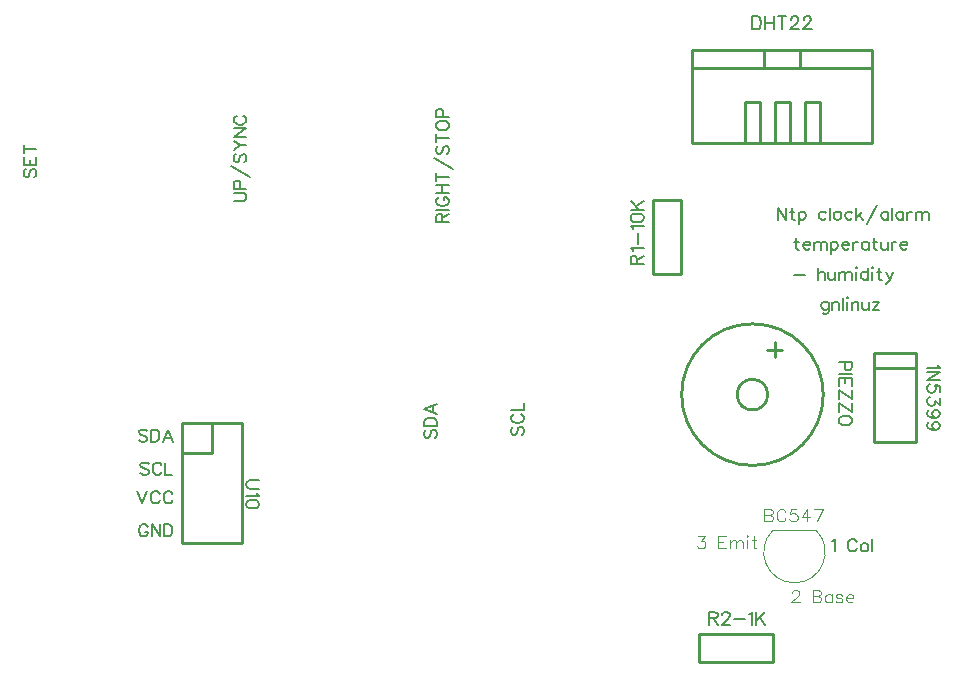
<source format=gto>
G04 Layer: TopSilkLayer*
G04 EasyEDA v6.4.25, 2021-12-28T21:41:51+00:00*
G04 Gerber Generator version 0.2*
G04 Scale: 100 percent, Rotated: No, Reflected: No *
G04 Dimensions in millimeters *
G04 leading zeros omitted , absolute positions ,4 integer and 5 decimal *
%FSLAX45Y45*%
%MOMM*%

%ADD10C,0.2540*%
%ADD21C,0.1200*%
%ADD22C,0.1000*%
%ADD23C,0.1520*%
%ADD24C,0.1524*%

%LPD*%
D22*
X6621779Y4988305D02*
G01*
X6621779Y4993131D01*
X6626606Y5003292D01*
X6631686Y5008118D01*
X6641591Y5013197D01*
X6661658Y5013197D01*
X6671818Y5008118D01*
X6676643Y5003292D01*
X6681724Y4993131D01*
X6681724Y4983226D01*
X6676643Y4973320D01*
X6666738Y4958079D01*
X6616700Y4908295D01*
X6686804Y4908295D01*
X6796786Y5013197D02*
G01*
X6796786Y4908295D01*
X6796786Y5013197D02*
G01*
X6841743Y5013197D01*
X6856729Y5008118D01*
X6861809Y5003292D01*
X6866636Y4993131D01*
X6866636Y4983226D01*
X6861809Y4973320D01*
X6856729Y4968239D01*
X6841743Y4963160D01*
X6796786Y4963160D02*
G01*
X6841743Y4963160D01*
X6856729Y4958079D01*
X6861809Y4953254D01*
X6866636Y4943094D01*
X6866636Y4928107D01*
X6861809Y4918202D01*
X6856729Y4913121D01*
X6841743Y4908295D01*
X6796786Y4908295D01*
X6959600Y4978145D02*
G01*
X6959600Y4908295D01*
X6959600Y4963160D02*
G01*
X6949693Y4973320D01*
X6939788Y4978145D01*
X6924802Y4978145D01*
X6914641Y4973320D01*
X6904736Y4963160D01*
X6899656Y4948173D01*
X6899656Y4938268D01*
X6904736Y4923281D01*
X6914641Y4913121D01*
X6924802Y4908295D01*
X6939788Y4908295D01*
X6949693Y4913121D01*
X6959600Y4923281D01*
X7047738Y4963160D02*
G01*
X7042658Y4973320D01*
X7027672Y4978145D01*
X7012686Y4978145D01*
X6997700Y4973320D01*
X6992620Y4963160D01*
X6997700Y4953254D01*
X7007606Y4948173D01*
X7032752Y4943094D01*
X7042658Y4938268D01*
X7047738Y4928107D01*
X7047738Y4923281D01*
X7042658Y4913121D01*
X7027672Y4908295D01*
X7012686Y4908295D01*
X6997700Y4913121D01*
X6992620Y4923281D01*
X7080758Y4948173D02*
G01*
X7140702Y4948173D01*
X7140702Y4958079D01*
X7135622Y4968239D01*
X7130795Y4973320D01*
X7120636Y4978145D01*
X7105650Y4978145D01*
X7095743Y4973320D01*
X7085584Y4963160D01*
X7080758Y4948173D01*
X7080758Y4938268D01*
X7085584Y4923281D01*
X7095743Y4913121D01*
X7105650Y4908295D01*
X7120636Y4908295D01*
X7130795Y4913121D01*
X7140702Y4923281D01*
X5826506Y5470397D02*
G01*
X5881624Y5470397D01*
X5851652Y5430520D01*
X5866638Y5430520D01*
X5876543Y5425439D01*
X5881624Y5420360D01*
X5886704Y5405373D01*
X5886704Y5395468D01*
X5881624Y5380481D01*
X5871718Y5370321D01*
X5856477Y5365495D01*
X5841491Y5365495D01*
X5826506Y5370321D01*
X5821679Y5375402D01*
X5816600Y5385307D01*
X5996686Y5470397D02*
G01*
X5996686Y5365495D01*
X5996686Y5470397D02*
G01*
X6061709Y5470397D01*
X5996686Y5420360D02*
G01*
X6036563Y5420360D01*
X5996686Y5365495D02*
G01*
X6061709Y5365495D01*
X6094475Y5435345D02*
G01*
X6094475Y5365495D01*
X6094475Y5415279D02*
G01*
X6109715Y5430520D01*
X6119622Y5435345D01*
X6134608Y5435345D01*
X6144513Y5430520D01*
X6149593Y5415279D01*
X6149593Y5365495D01*
X6149593Y5415279D02*
G01*
X6164579Y5430520D01*
X6174486Y5435345D01*
X6189725Y5435345D01*
X6199631Y5430520D01*
X6204711Y5415279D01*
X6204711Y5365495D01*
X6237477Y5470397D02*
G01*
X6242558Y5465318D01*
X6247638Y5470397D01*
X6242558Y5475478D01*
X6237477Y5470397D01*
X6242558Y5435345D02*
G01*
X6242558Y5365495D01*
X6295643Y5470397D02*
G01*
X6295643Y5385307D01*
X6300724Y5370321D01*
X6310629Y5365495D01*
X6320536Y5365495D01*
X6280658Y5435345D02*
G01*
X6315709Y5435345D01*
D23*
X6959600Y5424931D02*
G01*
X6969506Y5430012D01*
X6984491Y5444997D01*
X6984491Y5340095D01*
X7169658Y5420105D02*
G01*
X7164577Y5430012D01*
X7154672Y5439918D01*
X7144511Y5444997D01*
X7124700Y5444997D01*
X7114540Y5439918D01*
X7104634Y5430012D01*
X7099554Y5420105D01*
X7094474Y5405120D01*
X7094474Y5379973D01*
X7099554Y5364987D01*
X7104634Y5355081D01*
X7114540Y5344921D01*
X7124700Y5340095D01*
X7144511Y5340095D01*
X7154672Y5344921D01*
X7164577Y5355081D01*
X7169658Y5364987D01*
X7227570Y5409945D02*
G01*
X7217663Y5405120D01*
X7207504Y5394960D01*
X7202677Y5379973D01*
X7202677Y5370068D01*
X7207504Y5355081D01*
X7217663Y5344921D01*
X7227570Y5340095D01*
X7242556Y5340095D01*
X7252715Y5344921D01*
X7262622Y5355081D01*
X7267702Y5370068D01*
X7267702Y5379973D01*
X7262622Y5394960D01*
X7252715Y5405120D01*
X7242556Y5409945D01*
X7227570Y5409945D01*
X7300722Y5444997D02*
G01*
X7300722Y5340095D01*
D22*
X6388100Y5698997D02*
G01*
X6388100Y5594095D01*
X6388100Y5698997D02*
G01*
X6433058Y5698997D01*
X6448043Y5693918D01*
X6453124Y5689092D01*
X6458204Y5678931D01*
X6458204Y5669026D01*
X6453124Y5659120D01*
X6448043Y5654039D01*
X6433058Y5648960D01*
X6388100Y5648960D02*
G01*
X6433058Y5648960D01*
X6448043Y5643879D01*
X6453124Y5639054D01*
X6458204Y5628894D01*
X6458204Y5613907D01*
X6453124Y5604002D01*
X6448043Y5598921D01*
X6433058Y5594095D01*
X6388100Y5594095D01*
X6566154Y5674105D02*
G01*
X6561074Y5684012D01*
X6551168Y5693918D01*
X6541008Y5698997D01*
X6521195Y5698997D01*
X6511036Y5693918D01*
X6501129Y5684012D01*
X6496050Y5674105D01*
X6491224Y5659120D01*
X6491224Y5633973D01*
X6496050Y5618987D01*
X6501129Y5609081D01*
X6511036Y5598921D01*
X6521195Y5594095D01*
X6541008Y5594095D01*
X6551168Y5598921D01*
X6561074Y5609081D01*
X6566154Y5618987D01*
X6659118Y5698997D02*
G01*
X6609079Y5698997D01*
X6604000Y5654039D01*
X6609079Y5659120D01*
X6624065Y5663945D01*
X6639052Y5663945D01*
X6654038Y5659120D01*
X6664197Y5648960D01*
X6669024Y5633973D01*
X6669024Y5624068D01*
X6664197Y5609081D01*
X6654038Y5598921D01*
X6639052Y5594095D01*
X6624065Y5594095D01*
X6609079Y5598921D01*
X6604000Y5604002D01*
X6599174Y5613907D01*
X6752081Y5698997D02*
G01*
X6702043Y5628894D01*
X6776974Y5628894D01*
X6752081Y5698997D02*
G01*
X6752081Y5594095D01*
X6880097Y5698997D02*
G01*
X6830059Y5594095D01*
X6809993Y5698997D02*
G01*
X6880097Y5698997D01*
D23*
X1167129Y5547105D02*
G01*
X1162304Y5557012D01*
X1152144Y5566918D01*
X1142237Y5571997D01*
X1122171Y5571997D01*
X1112265Y5566918D01*
X1102105Y5557012D01*
X1097279Y5547105D01*
X1092200Y5532120D01*
X1092200Y5506973D01*
X1097279Y5491987D01*
X1102105Y5482081D01*
X1112265Y5471921D01*
X1122171Y5467095D01*
X1142237Y5467095D01*
X1152144Y5471921D01*
X1162304Y5482081D01*
X1167129Y5491987D01*
X1167129Y5506973D01*
X1142237Y5506973D02*
G01*
X1167129Y5506973D01*
X1200150Y5571997D02*
G01*
X1200150Y5467095D01*
X1200150Y5571997D02*
G01*
X1270254Y5467095D01*
X1270254Y5571997D02*
G01*
X1270254Y5467095D01*
X1303273Y5571997D02*
G01*
X1303273Y5467095D01*
X1303273Y5571997D02*
G01*
X1338326Y5571997D01*
X1353312Y5566918D01*
X1363218Y5557012D01*
X1368297Y5547105D01*
X1373123Y5532120D01*
X1373123Y5506973D01*
X1368297Y5491987D01*
X1363218Y5482081D01*
X1353312Y5471921D01*
X1338326Y5467095D01*
X1303273Y5467095D01*
X1079500Y5851397D02*
G01*
X1119378Y5746495D01*
X1159510Y5851397D02*
G01*
X1119378Y5746495D01*
X1267460Y5826505D02*
G01*
X1262379Y5836412D01*
X1252473Y5846318D01*
X1242568Y5851397D01*
X1222502Y5851397D01*
X1212595Y5846318D01*
X1202436Y5836412D01*
X1197610Y5826505D01*
X1192529Y5811520D01*
X1192529Y5786373D01*
X1197610Y5771387D01*
X1202436Y5761481D01*
X1212595Y5751321D01*
X1222502Y5746495D01*
X1242568Y5746495D01*
X1252473Y5751321D01*
X1262379Y5761481D01*
X1267460Y5771387D01*
X1375410Y5826505D02*
G01*
X1370584Y5836412D01*
X1360423Y5846318D01*
X1350518Y5851397D01*
X1330452Y5851397D01*
X1320545Y5846318D01*
X1310386Y5836412D01*
X1305560Y5826505D01*
X1300479Y5811520D01*
X1300479Y5786373D01*
X1305560Y5771387D01*
X1310386Y5761481D01*
X1320545Y5751321D01*
X1330452Y5746495D01*
X1350518Y5746495D01*
X1360423Y5751321D01*
X1370584Y5761481D01*
X1375410Y5771387D01*
X1175004Y6077712D02*
G01*
X1164844Y6087618D01*
X1149857Y6092697D01*
X1129792Y6092697D01*
X1114805Y6087618D01*
X1104900Y6077712D01*
X1104900Y6067805D01*
X1109979Y6057645D01*
X1114805Y6052820D01*
X1124965Y6047739D01*
X1154937Y6037579D01*
X1164844Y6032754D01*
X1169923Y6027673D01*
X1175004Y6017768D01*
X1175004Y6002781D01*
X1164844Y5992621D01*
X1149857Y5987795D01*
X1129792Y5987795D01*
X1114805Y5992621D01*
X1104900Y6002781D01*
X1282954Y6067805D02*
G01*
X1277873Y6077712D01*
X1267968Y6087618D01*
X1257807Y6092697D01*
X1237995Y6092697D01*
X1227836Y6087618D01*
X1217929Y6077712D01*
X1212850Y6067805D01*
X1208023Y6052820D01*
X1208023Y6027673D01*
X1212850Y6012687D01*
X1217929Y6002781D01*
X1227836Y5992621D01*
X1237995Y5987795D01*
X1257807Y5987795D01*
X1267968Y5992621D01*
X1277873Y6002781D01*
X1282954Y6012687D01*
X1315973Y6092697D02*
G01*
X1315973Y5987795D01*
X1315973Y5987795D02*
G01*
X1375918Y5987795D01*
X1162304Y6357112D02*
G01*
X1152144Y6367018D01*
X1137157Y6372097D01*
X1117092Y6372097D01*
X1102105Y6367018D01*
X1092200Y6357112D01*
X1092200Y6347205D01*
X1097279Y6337045D01*
X1102105Y6332220D01*
X1112265Y6327139D01*
X1142237Y6316979D01*
X1152144Y6312154D01*
X1157223Y6307073D01*
X1162304Y6297168D01*
X1162304Y6282181D01*
X1152144Y6272021D01*
X1137157Y6267195D01*
X1117092Y6267195D01*
X1102105Y6272021D01*
X1092200Y6282181D01*
X1195323Y6372097D02*
G01*
X1195323Y6267195D01*
X1195323Y6372097D02*
G01*
X1230121Y6372097D01*
X1245107Y6367018D01*
X1255268Y6357112D01*
X1260094Y6347205D01*
X1265173Y6332220D01*
X1265173Y6307073D01*
X1260094Y6292087D01*
X1255268Y6282181D01*
X1245107Y6272021D01*
X1230121Y6267195D01*
X1195323Y6267195D01*
X1338326Y6372097D02*
G01*
X1298194Y6267195D01*
X1338326Y6372097D02*
G01*
X1378204Y6267195D01*
X1313179Y6301994D02*
G01*
X1363218Y6301994D01*
X4260088Y6394704D02*
G01*
X4250181Y6384544D01*
X4245102Y6369557D01*
X4245102Y6349492D01*
X4250181Y6334505D01*
X4260088Y6324600D01*
X4269993Y6324600D01*
X4280154Y6329679D01*
X4284979Y6334505D01*
X4290059Y6344665D01*
X4300220Y6374637D01*
X4305045Y6384544D01*
X4310125Y6389623D01*
X4320031Y6394704D01*
X4335018Y6394704D01*
X4345177Y6384544D01*
X4350004Y6369557D01*
X4350004Y6349492D01*
X4345177Y6334505D01*
X4335018Y6324600D01*
X4269993Y6502654D02*
G01*
X4260088Y6497573D01*
X4250181Y6487668D01*
X4245102Y6477507D01*
X4245102Y6457695D01*
X4250181Y6447536D01*
X4260088Y6437629D01*
X4269993Y6432550D01*
X4284979Y6427723D01*
X4310125Y6427723D01*
X4325111Y6432550D01*
X4335018Y6437629D01*
X4345177Y6447536D01*
X4350004Y6457695D01*
X4350004Y6477507D01*
X4345177Y6487668D01*
X4335018Y6497573D01*
X4325111Y6502654D01*
X4245102Y6535673D02*
G01*
X4350004Y6535673D01*
X4350004Y6535673D02*
G01*
X4350004Y6595618D01*
X3523488Y6369304D02*
G01*
X3513581Y6359144D01*
X3508502Y6344157D01*
X3508502Y6324092D01*
X3513581Y6309105D01*
X3523488Y6299200D01*
X3533393Y6299200D01*
X3543554Y6304279D01*
X3548379Y6309105D01*
X3553459Y6319265D01*
X3563620Y6349237D01*
X3568445Y6359144D01*
X3573525Y6364223D01*
X3583431Y6369304D01*
X3598418Y6369304D01*
X3608577Y6359144D01*
X3613404Y6344157D01*
X3613404Y6324092D01*
X3608577Y6309105D01*
X3598418Y6299200D01*
X3508502Y6402323D02*
G01*
X3613404Y6402323D01*
X3508502Y6402323D02*
G01*
X3508502Y6437121D01*
X3513581Y6452107D01*
X3523488Y6462268D01*
X3533393Y6467094D01*
X3548379Y6472173D01*
X3573525Y6472173D01*
X3588511Y6467094D01*
X3598418Y6462268D01*
X3608577Y6452107D01*
X3613404Y6437121D01*
X3613404Y6402323D01*
X3508502Y6545326D02*
G01*
X3613404Y6505194D01*
X3508502Y6545326D02*
G01*
X3613404Y6585204D01*
X3578606Y6520179D02*
G01*
X3578606Y6570218D01*
X132587Y8579104D02*
G01*
X122681Y8568944D01*
X117602Y8553958D01*
X117602Y8533892D01*
X122681Y8518905D01*
X132587Y8509000D01*
X142494Y8509000D01*
X152654Y8514079D01*
X157479Y8518905D01*
X162560Y8529065D01*
X172720Y8559037D01*
X177545Y8568944D01*
X182626Y8574024D01*
X192531Y8579104D01*
X207518Y8579104D01*
X217678Y8568944D01*
X222504Y8553958D01*
X222504Y8533892D01*
X217678Y8518905D01*
X207518Y8509000D01*
X117602Y8612124D02*
G01*
X222504Y8612124D01*
X117602Y8612124D02*
G01*
X117602Y8676894D01*
X167639Y8612124D02*
G01*
X167639Y8652002D01*
X222504Y8612124D02*
G01*
X222504Y8676894D01*
X117602Y8744965D02*
G01*
X222504Y8744965D01*
X117602Y8709913D02*
G01*
X117602Y8780018D01*
X1895602Y8305800D02*
G01*
X1970531Y8305800D01*
X1985518Y8310879D01*
X1995677Y8320786D01*
X2000504Y8335771D01*
X2000504Y8345678D01*
X1995677Y8360918D01*
X1985518Y8370823D01*
X1970531Y8375904D01*
X1895602Y8375904D01*
X1895602Y8408924D02*
G01*
X2000504Y8408924D01*
X1895602Y8408924D02*
G01*
X1895602Y8453881D01*
X1900681Y8468868D01*
X1905507Y8473694D01*
X1915668Y8478774D01*
X1930654Y8478774D01*
X1940559Y8473694D01*
X1945640Y8468868D01*
X1950720Y8453881D01*
X1950720Y8408924D01*
X1875536Y8601710D02*
G01*
X2035556Y8511794D01*
X1910587Y8704834D02*
G01*
X1900681Y8694674D01*
X1895602Y8679687D01*
X1895602Y8659876D01*
X1900681Y8644889D01*
X1910587Y8634729D01*
X1920494Y8634729D01*
X1930654Y8639810D01*
X1935479Y8644889D01*
X1940559Y8654795D01*
X1950720Y8684768D01*
X1955545Y8694674D01*
X1960625Y8699754D01*
X1970531Y8704834D01*
X1985518Y8704834D01*
X1995677Y8694674D01*
X2000504Y8679687D01*
X2000504Y8659876D01*
X1995677Y8644889D01*
X1985518Y8634729D01*
X1895602Y8737854D02*
G01*
X1945640Y8777731D01*
X2000504Y8777731D01*
X1895602Y8817863D02*
G01*
X1945640Y8777731D01*
X1895602Y8850884D02*
G01*
X2000504Y8850884D01*
X1895602Y8850884D02*
G01*
X2000504Y8920734D01*
X1895602Y8920734D02*
G01*
X2000504Y8920734D01*
X1920494Y9028684D02*
G01*
X1910587Y9023858D01*
X1900681Y9013697D01*
X1895602Y9003792D01*
X1895602Y8983726D01*
X1900681Y8973820D01*
X1910587Y8963913D01*
X1920494Y8958834D01*
X1935479Y8953754D01*
X1960625Y8953754D01*
X1975611Y8958834D01*
X1985518Y8963913D01*
X1995677Y8973820D01*
X2000504Y8983726D01*
X2000504Y9003792D01*
X1995677Y9013697D01*
X1985518Y9023858D01*
X1975611Y9028684D01*
X3610102Y8128000D02*
G01*
X3715004Y8128000D01*
X3610102Y8128000D02*
G01*
X3610102Y8172958D01*
X3615181Y8187944D01*
X3620008Y8193023D01*
X3630168Y8198104D01*
X3640074Y8198104D01*
X3649979Y8193023D01*
X3655059Y8187944D01*
X3660140Y8172958D01*
X3660140Y8128000D01*
X3660140Y8163052D02*
G01*
X3715004Y8198104D01*
X3610102Y8231123D02*
G01*
X3715004Y8231123D01*
X3634993Y8339073D02*
G01*
X3625088Y8333994D01*
X3615181Y8324087D01*
X3610102Y8313928D01*
X3610102Y8294115D01*
X3615181Y8283955D01*
X3625088Y8274050D01*
X3634993Y8268970D01*
X3649979Y8263889D01*
X3675125Y8263889D01*
X3690111Y8268970D01*
X3700018Y8274050D01*
X3710177Y8283955D01*
X3715004Y8294115D01*
X3715004Y8313928D01*
X3710177Y8324087D01*
X3700018Y8333994D01*
X3690111Y8339073D01*
X3675125Y8339073D01*
X3675125Y8313928D02*
G01*
X3675125Y8339073D01*
X3610102Y8372094D02*
G01*
X3715004Y8372094D01*
X3610102Y8441944D02*
G01*
X3715004Y8441944D01*
X3660140Y8372094D02*
G01*
X3660140Y8441944D01*
X3610102Y8510015D02*
G01*
X3715004Y8510015D01*
X3610102Y8474963D02*
G01*
X3610102Y8545068D01*
X3590036Y8668004D02*
G01*
X3750056Y8578087D01*
X3625088Y8770874D02*
G01*
X3615181Y8760968D01*
X3610102Y8745981D01*
X3610102Y8725915D01*
X3615181Y8710929D01*
X3625088Y8701024D01*
X3634993Y8701024D01*
X3645154Y8706104D01*
X3649979Y8710929D01*
X3655059Y8721089D01*
X3665220Y8751062D01*
X3670045Y8760968D01*
X3675125Y8766047D01*
X3685031Y8770874D01*
X3700018Y8770874D01*
X3710177Y8760968D01*
X3715004Y8745981D01*
X3715004Y8725915D01*
X3710177Y8710929D01*
X3700018Y8701024D01*
X3610102Y8838945D02*
G01*
X3715004Y8838945D01*
X3610102Y8803894D02*
G01*
X3610102Y8873997D01*
X3610102Y8936989D02*
G01*
X3615181Y8927084D01*
X3625088Y8916924D01*
X3634993Y8912097D01*
X3649979Y8907018D01*
X3675125Y8907018D01*
X3690111Y8912097D01*
X3700018Y8916924D01*
X3710177Y8927084D01*
X3715004Y8936989D01*
X3715004Y8957055D01*
X3710177Y8966962D01*
X3700018Y8977121D01*
X3690111Y8981947D01*
X3675125Y8987028D01*
X3649979Y8987028D01*
X3634993Y8981947D01*
X3625088Y8977121D01*
X3615181Y8966962D01*
X3610102Y8957055D01*
X3610102Y8936989D01*
X3610102Y9020047D02*
G01*
X3715004Y9020047D01*
X3610102Y9020047D02*
G01*
X3610102Y9065005D01*
X3615181Y9079992D01*
X3620008Y9085071D01*
X3630168Y9089897D01*
X3645154Y9089897D01*
X3655059Y9085071D01*
X3660140Y9079992D01*
X3665220Y9065005D01*
X3665220Y9020047D01*
X6502400Y8251697D02*
G01*
X6502400Y8146795D01*
X6502400Y8251697D02*
G01*
X6572504Y8146795D01*
X6572504Y8251697D02*
G01*
X6572504Y8146795D01*
X6620509Y8251697D02*
G01*
X6620509Y8166608D01*
X6625336Y8151621D01*
X6635495Y8146795D01*
X6645402Y8146795D01*
X6605524Y8216645D02*
G01*
X6640322Y8216645D01*
X6678422Y8216645D02*
G01*
X6678422Y8111744D01*
X6678422Y8201660D02*
G01*
X6688327Y8211820D01*
X6698488Y8216645D01*
X6713474Y8216645D01*
X6723379Y8211820D01*
X6733286Y8201660D01*
X6738365Y8186673D01*
X6738365Y8176768D01*
X6733286Y8161781D01*
X6723379Y8151621D01*
X6713474Y8146795D01*
X6698488Y8146795D01*
X6688327Y8151621D01*
X6678422Y8161781D01*
X6908291Y8201660D02*
G01*
X6898386Y8211820D01*
X6888479Y8216645D01*
X6873493Y8216645D01*
X6863334Y8211820D01*
X6853427Y8201660D01*
X6848347Y8186673D01*
X6848347Y8176768D01*
X6853427Y8161781D01*
X6863334Y8151621D01*
X6873493Y8146795D01*
X6888479Y8146795D01*
X6898386Y8151621D01*
X6908291Y8161781D01*
X6941311Y8251697D02*
G01*
X6941311Y8146795D01*
X6999477Y8216645D02*
G01*
X6989318Y8211820D01*
X6979411Y8201660D01*
X6974331Y8186673D01*
X6974331Y8176768D01*
X6979411Y8161781D01*
X6989318Y8151621D01*
X6999477Y8146795D01*
X7014463Y8146795D01*
X7024370Y8151621D01*
X7034275Y8161781D01*
X7039356Y8176768D01*
X7039356Y8186673D01*
X7034275Y8201660D01*
X7024370Y8211820D01*
X7014463Y8216645D01*
X6999477Y8216645D01*
X7132320Y8201660D02*
G01*
X7122413Y8211820D01*
X7112508Y8216645D01*
X7097522Y8216645D01*
X7087361Y8211820D01*
X7077456Y8201660D01*
X7072375Y8186673D01*
X7072375Y8176768D01*
X7077456Y8161781D01*
X7087361Y8151621D01*
X7097522Y8146795D01*
X7112508Y8146795D01*
X7122413Y8151621D01*
X7132320Y8161781D01*
X7165340Y8251697D02*
G01*
X7165340Y8146795D01*
X7215377Y8216645D02*
G01*
X7165340Y8166608D01*
X7185406Y8186673D02*
G01*
X7220458Y8146795D01*
X7343393Y8271763D02*
G01*
X7253477Y8111744D01*
X7436358Y8216645D02*
G01*
X7436358Y8146795D01*
X7436358Y8201660D02*
G01*
X7426452Y8211820D01*
X7416291Y8216645D01*
X7401306Y8216645D01*
X7391400Y8211820D01*
X7381493Y8201660D01*
X7376413Y8186673D01*
X7376413Y8176768D01*
X7381493Y8161781D01*
X7391400Y8151621D01*
X7401306Y8146795D01*
X7416291Y8146795D01*
X7426452Y8151621D01*
X7436358Y8161781D01*
X7469377Y8251697D02*
G01*
X7469377Y8146795D01*
X7562341Y8216645D02*
G01*
X7562341Y8146795D01*
X7562341Y8201660D02*
G01*
X7552436Y8211820D01*
X7542275Y8216645D01*
X7527290Y8216645D01*
X7517384Y8211820D01*
X7507477Y8201660D01*
X7502397Y8186673D01*
X7502397Y8176768D01*
X7507477Y8161781D01*
X7517384Y8151621D01*
X7527290Y8146795D01*
X7542275Y8146795D01*
X7552436Y8151621D01*
X7562341Y8161781D01*
X7595361Y8216645D02*
G01*
X7595361Y8146795D01*
X7595361Y8186673D02*
G01*
X7600441Y8201660D01*
X7610347Y8211820D01*
X7620508Y8216645D01*
X7635493Y8216645D01*
X7668513Y8216645D02*
G01*
X7668513Y8146795D01*
X7668513Y8196579D02*
G01*
X7683500Y8211820D01*
X7693406Y8216645D01*
X7708391Y8216645D01*
X7718297Y8211820D01*
X7723377Y8196579D01*
X7723377Y8146795D01*
X7723377Y8196579D02*
G01*
X7738363Y8211820D01*
X7748524Y8216645D01*
X7763509Y8216645D01*
X7773415Y8211820D01*
X7778495Y8196579D01*
X7778495Y8146795D01*
X6657086Y7997697D02*
G01*
X6657086Y7912608D01*
X6662165Y7897621D01*
X6672072Y7892795D01*
X6681977Y7892795D01*
X6642100Y7962645D02*
G01*
X6677152Y7962645D01*
X6714997Y7932673D02*
G01*
X6775195Y7932673D01*
X6775195Y7942579D01*
X6770115Y7952739D01*
X6765036Y7957820D01*
X6755129Y7962645D01*
X6740143Y7962645D01*
X6729984Y7957820D01*
X6720077Y7947660D01*
X6714997Y7932673D01*
X6714997Y7922768D01*
X6720077Y7907781D01*
X6729984Y7897621D01*
X6740143Y7892795D01*
X6755129Y7892795D01*
X6765036Y7897621D01*
X6775195Y7907781D01*
X6808215Y7962645D02*
G01*
X6808215Y7892795D01*
X6808215Y7942579D02*
G01*
X6823202Y7957820D01*
X6833108Y7962645D01*
X6848093Y7962645D01*
X6858000Y7957820D01*
X6863079Y7942579D01*
X6863079Y7892795D01*
X6863079Y7942579D02*
G01*
X6878065Y7957820D01*
X6888225Y7962645D01*
X6903211Y7962645D01*
X6913118Y7957820D01*
X6918197Y7942579D01*
X6918197Y7892795D01*
X6951218Y7962645D02*
G01*
X6951218Y7857744D01*
X6951218Y7947660D02*
G01*
X6961124Y7957820D01*
X6971029Y7962645D01*
X6986015Y7962645D01*
X6996175Y7957820D01*
X7006081Y7947660D01*
X7011161Y7932673D01*
X7011161Y7922768D01*
X7006081Y7907781D01*
X6996175Y7897621D01*
X6986015Y7892795D01*
X6971029Y7892795D01*
X6961124Y7897621D01*
X6951218Y7907781D01*
X7044181Y7932673D02*
G01*
X7104125Y7932673D01*
X7104125Y7942579D01*
X7099045Y7952739D01*
X7094220Y7957820D01*
X7084059Y7962645D01*
X7069074Y7962645D01*
X7059168Y7957820D01*
X7049008Y7947660D01*
X7044181Y7932673D01*
X7044181Y7922768D01*
X7049008Y7907781D01*
X7059168Y7897621D01*
X7069074Y7892795D01*
X7084059Y7892795D01*
X7094220Y7897621D01*
X7104125Y7907781D01*
X7137145Y7962645D02*
G01*
X7137145Y7892795D01*
X7137145Y7932673D02*
G01*
X7142225Y7947660D01*
X7152131Y7957820D01*
X7162038Y7962645D01*
X7177024Y7962645D01*
X7269988Y7962645D02*
G01*
X7269988Y7892795D01*
X7269988Y7947660D02*
G01*
X7260081Y7957820D01*
X7250175Y7962645D01*
X7235190Y7962645D01*
X7225029Y7957820D01*
X7215124Y7947660D01*
X7210043Y7932673D01*
X7210043Y7922768D01*
X7215124Y7907781D01*
X7225029Y7897621D01*
X7235190Y7892795D01*
X7250175Y7892795D01*
X7260081Y7897621D01*
X7269988Y7907781D01*
X7317993Y7997697D02*
G01*
X7317993Y7912608D01*
X7323074Y7897621D01*
X7332979Y7892795D01*
X7343140Y7892795D01*
X7303008Y7962645D02*
G01*
X7338059Y7962645D01*
X7376159Y7962645D02*
G01*
X7376159Y7912608D01*
X7380986Y7897621D01*
X7391145Y7892795D01*
X7406131Y7892795D01*
X7416038Y7897621D01*
X7431024Y7912608D01*
X7431024Y7962645D02*
G01*
X7431024Y7892795D01*
X7464043Y7962645D02*
G01*
X7464043Y7892795D01*
X7464043Y7932673D02*
G01*
X7469124Y7947660D01*
X7479029Y7957820D01*
X7489190Y7962645D01*
X7504175Y7962645D01*
X7537195Y7932673D02*
G01*
X7597140Y7932673D01*
X7597140Y7942579D01*
X7592059Y7952739D01*
X7586979Y7957820D01*
X7577074Y7962645D01*
X7562088Y7962645D01*
X7552181Y7957820D01*
X7542022Y7947660D01*
X7537195Y7932673D01*
X7537195Y7922768D01*
X7542022Y7907781D01*
X7552181Y7897621D01*
X7562088Y7892795D01*
X7577074Y7892795D01*
X7586979Y7897621D01*
X7597140Y7907781D01*
X6642100Y7683754D02*
G01*
X6732015Y7683754D01*
X6841997Y7743697D02*
G01*
X6841997Y7638795D01*
X6841997Y7688579D02*
G01*
X6856984Y7703820D01*
X6867143Y7708645D01*
X6882129Y7708645D01*
X6892036Y7703820D01*
X6897115Y7688579D01*
X6897115Y7638795D01*
X6930136Y7708645D02*
G01*
X6930136Y7658608D01*
X6935215Y7643621D01*
X6945122Y7638795D01*
X6960108Y7638795D01*
X6970013Y7643621D01*
X6985000Y7658608D01*
X6985000Y7708645D02*
G01*
X6985000Y7638795D01*
X7018020Y7708645D02*
G01*
X7018020Y7638795D01*
X7018020Y7688579D02*
G01*
X7033006Y7703820D01*
X7043165Y7708645D01*
X7058152Y7708645D01*
X7068058Y7703820D01*
X7073138Y7688579D01*
X7073138Y7638795D01*
X7073138Y7688579D02*
G01*
X7088124Y7703820D01*
X7098029Y7708645D01*
X7113015Y7708645D01*
X7123175Y7703820D01*
X7128002Y7688579D01*
X7128002Y7638795D01*
X7161022Y7743697D02*
G01*
X7166102Y7738618D01*
X7171181Y7743697D01*
X7166102Y7748778D01*
X7161022Y7743697D01*
X7166102Y7708645D02*
G01*
X7166102Y7638795D01*
X7264145Y7743697D02*
G01*
X7264145Y7638795D01*
X7264145Y7693660D02*
G01*
X7253986Y7703820D01*
X7244079Y7708645D01*
X7229093Y7708645D01*
X7219188Y7703820D01*
X7209027Y7693660D01*
X7204202Y7678673D01*
X7204202Y7668768D01*
X7209027Y7653781D01*
X7219188Y7643621D01*
X7229093Y7638795D01*
X7244079Y7638795D01*
X7253986Y7643621D01*
X7264145Y7653781D01*
X7297165Y7743697D02*
G01*
X7301991Y7738618D01*
X7307072Y7743697D01*
X7301991Y7748778D01*
X7297165Y7743697D01*
X7301991Y7708645D02*
G01*
X7301991Y7638795D01*
X7355077Y7743697D02*
G01*
X7355077Y7658608D01*
X7360158Y7643621D01*
X7370063Y7638795D01*
X7380224Y7638795D01*
X7340091Y7708645D02*
G01*
X7375143Y7708645D01*
X7418070Y7708645D02*
G01*
X7448041Y7638795D01*
X7478013Y7708645D02*
G01*
X7448041Y7638795D01*
X7438136Y7618729D01*
X7427975Y7608823D01*
X7418070Y7603744D01*
X7412990Y7603744D01*
X6930643Y7454645D02*
G01*
X6930643Y7374636D01*
X6925818Y7359650D01*
X6920738Y7354823D01*
X6910577Y7349744D01*
X6895591Y7349744D01*
X6885686Y7354823D01*
X6930643Y7439660D02*
G01*
X6920738Y7449820D01*
X6910577Y7454645D01*
X6895591Y7454645D01*
X6885686Y7449820D01*
X6875779Y7439660D01*
X6870700Y7424673D01*
X6870700Y7414768D01*
X6875779Y7399781D01*
X6885686Y7389621D01*
X6895591Y7384795D01*
X6910577Y7384795D01*
X6920738Y7389621D01*
X6930643Y7399781D01*
X6963663Y7454645D02*
G01*
X6963663Y7384795D01*
X6963663Y7434579D02*
G01*
X6978650Y7449820D01*
X6988809Y7454645D01*
X7003795Y7454645D01*
X7013702Y7449820D01*
X7018781Y7434579D01*
X7018781Y7384795D01*
X7051802Y7489697D02*
G01*
X7051802Y7384795D01*
X7084822Y7489697D02*
G01*
X7089647Y7484618D01*
X7094727Y7489697D01*
X7089647Y7494778D01*
X7084822Y7489697D01*
X7089647Y7454645D02*
G01*
X7089647Y7384795D01*
X7127747Y7454645D02*
G01*
X7127747Y7384795D01*
X7127747Y7434579D02*
G01*
X7142734Y7449820D01*
X7152640Y7454645D01*
X7167625Y7454645D01*
X7177786Y7449820D01*
X7182611Y7434579D01*
X7182611Y7384795D01*
X7215631Y7454645D02*
G01*
X7215631Y7404608D01*
X7220711Y7389621D01*
X7230618Y7384795D01*
X7245604Y7384795D01*
X7255763Y7389621D01*
X7270750Y7404608D01*
X7270750Y7454645D02*
G01*
X7270750Y7384795D01*
X7358634Y7454645D02*
G01*
X7303770Y7384795D01*
X7303770Y7454645D02*
G01*
X7358634Y7454645D01*
X7303770Y7384795D02*
G01*
X7358634Y7384795D01*
D24*
X2109215Y5943600D02*
G01*
X2031238Y5943600D01*
X2015743Y5938520D01*
X2005329Y5928105D01*
X2000250Y5912357D01*
X2000250Y5901944D01*
X2005329Y5886450D01*
X2015743Y5876036D01*
X2031238Y5870955D01*
X2109215Y5870955D01*
X2088388Y5836665D02*
G01*
X2093722Y5826252D01*
X2109215Y5810504D01*
X2000250Y5810504D01*
X2109215Y5745226D02*
G01*
X2104136Y5760720D01*
X2088388Y5771134D01*
X2062479Y5776213D01*
X2046986Y5776213D01*
X2020824Y5771134D01*
X2005329Y5760720D01*
X2000250Y5745226D01*
X2000250Y5734812D01*
X2005329Y5719063D01*
X2020824Y5708650D01*
X2046986Y5703570D01*
X2062479Y5703570D01*
X2088388Y5708650D01*
X2104136Y5719063D01*
X2109215Y5734812D01*
X2109215Y5745226D01*
X6286500Y9868915D02*
G01*
X6286500Y9759950D01*
X6286500Y9868915D02*
G01*
X6322822Y9868915D01*
X6338570Y9863836D01*
X6348729Y9853421D01*
X6354063Y9843008D01*
X6359143Y9827260D01*
X6359143Y9801352D01*
X6354063Y9785858D01*
X6348729Y9775444D01*
X6338570Y9765029D01*
X6322822Y9759950D01*
X6286500Y9759950D01*
X6393434Y9868915D02*
G01*
X6393434Y9759950D01*
X6466331Y9868915D02*
G01*
X6466331Y9759950D01*
X6393434Y9817100D02*
G01*
X6466331Y9817100D01*
X6536943Y9868915D02*
G01*
X6536943Y9759950D01*
X6500622Y9868915D02*
G01*
X6573265Y9868915D01*
X6612890Y9843008D02*
G01*
X6612890Y9848087D01*
X6617970Y9858502D01*
X6623050Y9863836D01*
X6633463Y9868915D01*
X6654291Y9868915D01*
X6664706Y9863836D01*
X6670040Y9858502D01*
X6675120Y9848087D01*
X6675120Y9837674D01*
X6670040Y9827260D01*
X6659625Y9811765D01*
X6607556Y9759950D01*
X6680200Y9759950D01*
X6719824Y9843008D02*
G01*
X6719824Y9848087D01*
X6724904Y9858502D01*
X6730238Y9863836D01*
X6740652Y9868915D01*
X6761479Y9868915D01*
X6771640Y9863836D01*
X6776974Y9858502D01*
X6782054Y9848087D01*
X6782054Y9837674D01*
X6776974Y9827260D01*
X6766559Y9811765D01*
X6714490Y9759950D01*
X6787388Y9759950D01*
X5918200Y4827015D02*
G01*
X5918200Y4718050D01*
X5918200Y4827015D02*
G01*
X5964936Y4827015D01*
X5980429Y4821936D01*
X5985763Y4816602D01*
X5990843Y4806187D01*
X5990843Y4795773D01*
X5985763Y4785360D01*
X5980429Y4780279D01*
X5964936Y4775200D01*
X5918200Y4775200D01*
X5954522Y4775200D02*
G01*
X5990843Y4718050D01*
X6030468Y4801107D02*
G01*
X6030468Y4806187D01*
X6035547Y4816602D01*
X6040881Y4821936D01*
X6051295Y4827015D01*
X6071870Y4827015D01*
X6082284Y4821936D01*
X6087618Y4816602D01*
X6092697Y4806187D01*
X6092697Y4795773D01*
X6087618Y4785360D01*
X6077204Y4769865D01*
X6025134Y4718050D01*
X6098031Y4718050D01*
X6132322Y4764786D02*
G01*
X6225793Y4764786D01*
X6260084Y4806187D02*
G01*
X6270497Y4811521D01*
X6285991Y4827015D01*
X6285991Y4718050D01*
X6320281Y4827015D02*
G01*
X6320281Y4718050D01*
X6393179Y4827015D02*
G01*
X6320281Y4754371D01*
X6346190Y4780279D02*
G01*
X6393179Y4718050D01*
D23*
X7125715Y6946900D02*
G01*
X7016750Y6946900D01*
X7125715Y6946900D02*
G01*
X7125715Y6900163D01*
X7120636Y6884670D01*
X7115302Y6879336D01*
X7104888Y6874255D01*
X7089393Y6874255D01*
X7078979Y6879336D01*
X7073900Y6884670D01*
X7068565Y6900163D01*
X7068565Y6946900D01*
X7125715Y6839965D02*
G01*
X7016750Y6839965D01*
X7125715Y6805676D02*
G01*
X7016750Y6805676D01*
X7125715Y6805676D02*
G01*
X7125715Y6738112D01*
X7073900Y6805676D02*
G01*
X7073900Y6764020D01*
X7016750Y6805676D02*
G01*
X7016750Y6738112D01*
X7125715Y6630923D02*
G01*
X7016750Y6703821D01*
X7125715Y6703821D02*
G01*
X7125715Y6630923D01*
X7016750Y6703821D02*
G01*
X7016750Y6630923D01*
X7125715Y6523989D02*
G01*
X7016750Y6596634D01*
X7125715Y6596634D02*
G01*
X7125715Y6523989D01*
X7016750Y6596634D02*
G01*
X7016750Y6523989D01*
X7125715Y6458457D02*
G01*
X7120636Y6468871D01*
X7110222Y6479286D01*
X7099808Y6484620D01*
X7084059Y6489700D01*
X7058152Y6489700D01*
X7042658Y6484620D01*
X7032243Y6479286D01*
X7021829Y6468871D01*
X7016750Y6458457D01*
X7016750Y6437629D01*
X7021829Y6427470D01*
X7032243Y6417055D01*
X7042658Y6411721D01*
X7058152Y6406642D01*
X7084059Y6406642D01*
X7099808Y6411721D01*
X7110222Y6417055D01*
X7120636Y6427470D01*
X7125715Y6437629D01*
X7125715Y6458457D01*
D24*
X5256784Y7772400D02*
G01*
X5365750Y7772400D01*
X5256784Y7772400D02*
G01*
X5256784Y7819136D01*
X5261863Y7834629D01*
X5267197Y7839963D01*
X5277611Y7845044D01*
X5288025Y7845044D01*
X5298440Y7839963D01*
X5303520Y7834629D01*
X5308600Y7819136D01*
X5308600Y7772400D01*
X5308600Y7808721D02*
G01*
X5365750Y7845044D01*
X5277611Y7879334D02*
G01*
X5272277Y7889747D01*
X5256784Y7905495D01*
X5365750Y7905495D01*
X5319013Y7939786D02*
G01*
X5319013Y8033258D01*
X5277611Y8067547D02*
G01*
X5272277Y8077962D01*
X5256784Y8093455D01*
X5365750Y8093455D01*
X5256784Y8158987D02*
G01*
X5261863Y8143239D01*
X5277611Y8133079D01*
X5303520Y8127745D01*
X5319013Y8127745D01*
X5345175Y8133079D01*
X5360670Y8143239D01*
X5365750Y8158987D01*
X5365750Y8169402D01*
X5360670Y8184895D01*
X5345175Y8195310D01*
X5319013Y8200389D01*
X5303520Y8200389D01*
X5277611Y8195310D01*
X5261863Y8184895D01*
X5256784Y8169402D01*
X5256784Y8158987D01*
X5256784Y8234679D02*
G01*
X5365750Y8234679D01*
X5256784Y8307578D02*
G01*
X5329427Y8234679D01*
X5303520Y8260842D02*
G01*
X5365750Y8307578D01*
X7854188Y6921500D02*
G01*
X7859522Y6911086D01*
X7875015Y6895592D01*
X7766050Y6895592D01*
X7875015Y6861302D02*
G01*
X7766050Y6861302D01*
X7875015Y6861302D02*
G01*
X7766050Y6788404D01*
X7875015Y6788404D02*
G01*
X7766050Y6788404D01*
X7875015Y6691884D02*
G01*
X7875015Y6743700D01*
X7828279Y6749034D01*
X7833359Y6743700D01*
X7838693Y6728205D01*
X7838693Y6712712D01*
X7833359Y6696963D01*
X7823200Y6686550D01*
X7807452Y6681470D01*
X7797038Y6681470D01*
X7781543Y6686550D01*
X7771129Y6696963D01*
X7766050Y6712712D01*
X7766050Y6728205D01*
X7771129Y6743700D01*
X7776209Y6749034D01*
X7786624Y6754113D01*
X7875015Y6636765D02*
G01*
X7875015Y6579615D01*
X7833359Y6610858D01*
X7833359Y6595110D01*
X7828279Y6584950D01*
X7823200Y6579615D01*
X7807452Y6574536D01*
X7797038Y6574536D01*
X7781543Y6579615D01*
X7771129Y6590029D01*
X7766050Y6605523D01*
X7766050Y6621271D01*
X7771129Y6636765D01*
X7776209Y6642100D01*
X7786624Y6647179D01*
X7838693Y6472681D02*
G01*
X7823200Y6477762D01*
X7812786Y6488176D01*
X7807452Y6503670D01*
X7807452Y6509004D01*
X7812786Y6524497D01*
X7823200Y6534912D01*
X7838693Y6540245D01*
X7843774Y6540245D01*
X7859522Y6534912D01*
X7869936Y6524497D01*
X7875015Y6509004D01*
X7875015Y6503670D01*
X7869936Y6488176D01*
X7859522Y6477762D01*
X7838693Y6472681D01*
X7812786Y6472681D01*
X7786624Y6477762D01*
X7771129Y6488176D01*
X7766050Y6503670D01*
X7766050Y6514084D01*
X7771129Y6529831D01*
X7781543Y6534912D01*
X7838693Y6370828D02*
G01*
X7823200Y6375907D01*
X7812786Y6386321D01*
X7807452Y6402070D01*
X7807452Y6407150D01*
X7812786Y6422644D01*
X7823200Y6433057D01*
X7838693Y6438392D01*
X7843774Y6438392D01*
X7859522Y6433057D01*
X7869936Y6422644D01*
X7875015Y6407150D01*
X7875015Y6402070D01*
X7869936Y6386321D01*
X7859522Y6375907D01*
X7838693Y6370828D01*
X7812786Y6370828D01*
X7786624Y6375907D01*
X7771129Y6386321D01*
X7766050Y6402070D01*
X7766050Y6412229D01*
X7771129Y6427978D01*
X7781543Y6433057D01*
D10*
X1714500Y6426200D02*
G01*
X1714500Y6172200D01*
X1460500Y6172200D01*
X1968500Y5410200D02*
G01*
X1460500Y5410200D01*
X1460500Y6426200D01*
X1968500Y6426200D01*
X1968500Y5411200D01*
D21*
X6822186Y5518912D02*
G01*
X6462013Y5518912D01*
D10*
X5778500Y9588500D02*
G01*
X6388100Y9588500D01*
X6692900Y9588500D01*
X7302500Y9588500D01*
X7302500Y9436100D01*
X7302500Y8801100D01*
X6858000Y8801100D01*
X6731000Y8801100D01*
X6604000Y8801100D01*
X6477000Y8801100D01*
X6350000Y8801100D01*
X6223000Y8801100D01*
X5778500Y8801100D01*
X5778500Y9436100D01*
X5778500Y9588500D01*
X6477000Y8801100D02*
G01*
X6477000Y9144000D01*
X6604000Y9144000D01*
X6604000Y8801100D01*
X6223000Y8801100D02*
G01*
X6223000Y9144000D01*
X6350000Y9144000D01*
X6350000Y8801100D01*
X6731000Y8801100D02*
G01*
X6731000Y9144000D01*
X6858000Y9144000D01*
X6858000Y8801100D01*
X5778500Y9436100D02*
G01*
X6388100Y9436100D01*
X6692900Y9436100D01*
X7302500Y9436100D01*
X6388100Y9436100D02*
G01*
X6388100Y9588500D01*
X6692900Y9436100D02*
G01*
X6692900Y9588500D01*
X5831799Y4641199D02*
G01*
X6461800Y4641199D01*
X6461800Y4641199D02*
G01*
X6461800Y4401200D01*
X6461800Y4401200D02*
G01*
X5831799Y4401200D01*
X5831799Y4401200D02*
G01*
X5831799Y4641199D01*
X6477000Y7112000D02*
G01*
X6477000Y7048500D01*
X6477000Y6985000D01*
X6413500Y7048500D02*
G01*
X6477000Y7048500D01*
X6540500Y7048500D01*
X5442600Y7685999D02*
G01*
X5442600Y8316000D01*
X5442600Y8316000D02*
G01*
X5682599Y8316000D01*
X5682599Y8316000D02*
G01*
X5682599Y7685999D01*
X5682599Y7685999D02*
G01*
X5442600Y7685999D01*
X7672999Y7022099D02*
G01*
X7672999Y6262100D01*
X7313000Y7022099D02*
G01*
X7313000Y6262100D01*
X7672999Y7022099D02*
G01*
X7313000Y7022099D01*
X7672999Y6894499D02*
G01*
X7313000Y6894499D01*
X7672999Y6262100D02*
G01*
X7313000Y6262100D01*
D21*
G75*
G01*
X6642100Y5074001D02*
G03*
X6825948Y5517848I1J259999D01*
G75*
G01*
X6642100Y5074001D02*
G02*
X6458252Y5517848I-1J259999D01*
D10*
G75*
G01
X6885940Y6667500D02*
G03X6885940Y6667500I-599440J0D01*
G75*
G01
X6416040Y6667500D02*
G03X6416040Y6667500I-129540J0D01*
M02*

</source>
